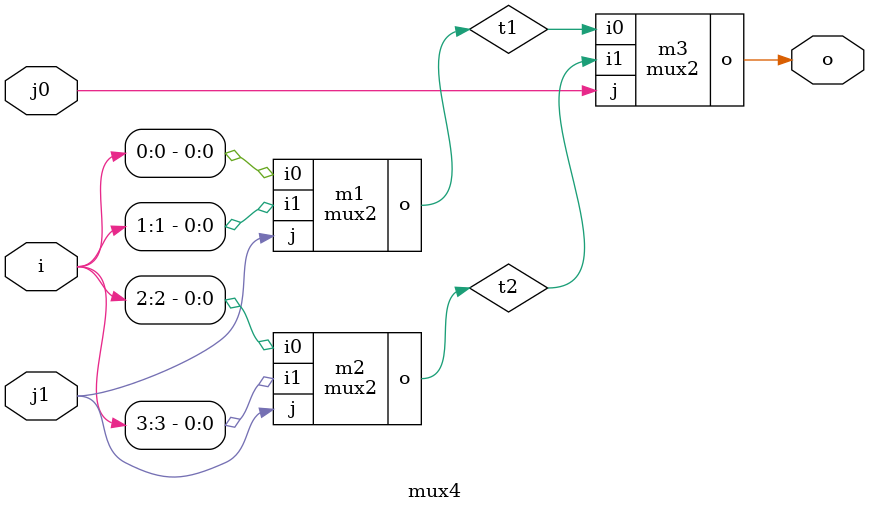
<source format=v>
module mux2(input wire i0,i1,j, output wire o);
	assign o= (j==0)?i0:i1;
endmodule


module mux4(input wire [0:3]i,input wire j0,j1, output wire o);
	wire t1,t2;
	mux2 m1(i[0],i[1],j1,t1);
	mux2 m2(i[2],i[3],j1,t2);
	mux2 m3(t1,t2,j0,o);
endmodule



</source>
